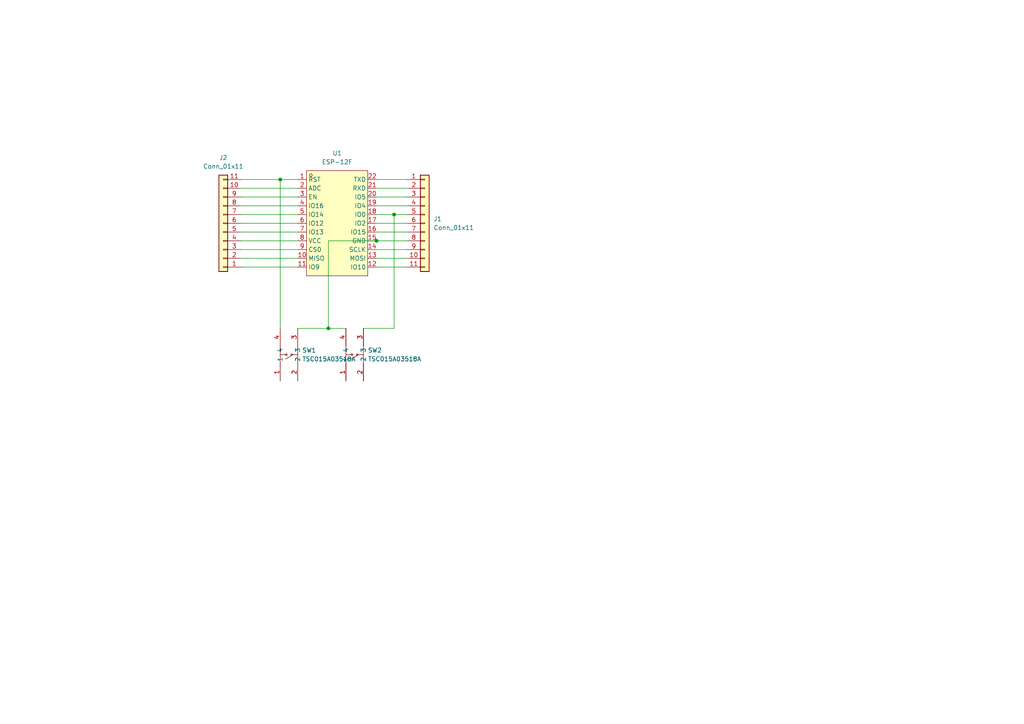
<source format=kicad_sch>
(kicad_sch (version 20231120) (generator "eeschema") (generator_version "8.0")
  (paper "A4")
  (lib_symbols
    (symbol "Connector_Generic:Conn_01x11" (pin_names (offset 1.016) hide)
      (property "Reference" "J" (at 0 15.24 0))
      (property "Value" "Conn_01x11" (at 0 -15.24 0))
      (symbol "Conn_01x11_1_1"
        (rectangle (start -1.27 -12.573) (end 0 -12.827) (stroke (width 0.1524)))
        (rectangle (start -1.27 -10.033) (end 0 -10.287) (stroke (width 0.1524)))
        (rectangle (start -1.27 -7.493) (end 0 -7.747) (stroke (width 0.1524)))
        (rectangle (start -1.27 -4.953) (end 0 -5.207) (stroke (width 0.1524)))
        (rectangle (start -1.27 -2.413) (end 0 -2.667) (stroke (width 0.1524)))
        (rectangle (start -1.27 0.127) (end 0 -0.127) (stroke (width 0.1524)))
        (rectangle (start -1.27 2.667) (end 0 2.413) (stroke (width 0.1524)))
        (rectangle (start -1.27 5.207) (end 0 4.953) (stroke (width 0.1524)))
        (rectangle (start -1.27 7.747) (end 0 7.493) (stroke (width 0.1524)))
        (rectangle (start -1.27 10.287) (end 0 10.033) (stroke (width 0.1524)))
        (rectangle (start -1.27 12.827) (end 0 12.573) (stroke (width 0.1524)))
        (rectangle (start -1.27 13.97) (end 1.27 -13.97) (stroke (width 0.254)) (fill (type background)))
        (pin passive line (at -5.08 12.7 0) (length 3.81) (name "Pin_1") (number "1"))
        (pin passive line (at -5.08 -10.16 0) (length 3.81) (name "Pin_10") (number "10"))
        (pin passive line (at -5.08 -12.7 0) (length 3.81) (name "Pin_11") (number "11"))
        (pin passive line (at -5.08 10.16 0) (length 3.81) (name "Pin_2") (number "2"))
        (pin passive line (at -5.08 7.62 0) (length 3.81) (name "Pin_3") (number "3"))
        (pin passive line (at -5.08 5.08 0) (length 3.81) (name "Pin_4") (number "4"))
        (pin passive line (at -5.08 2.54 0) (length 3.81) (name "Pin_5") (number "5"))
        (pin passive line (at -5.08 0 0) (length 3.81) (name "Pin_6") (number "6"))
        (pin passive line (at -5.08 -2.54 0) (length 3.81) (name "Pin_7") (number "7"))
        (pin passive line (at -5.08 -5.08 0) (length 3.81) (name "Pin_8") (number "8"))
        (pin passive line (at -5.08 -7.62 0) (length 3.81) (name "Pin_9") (number "9"))
      )
    )
    (symbol "easyeda2kicad:ESP-12F"
      (property "Reference" "U" (at 0 17.78 0))
      (property "Value" "ESP-12F" (at 0 -17.78 0))
      (symbol "ESP-12F_0_1"
        (rectangle (start -8.89 15.24) (end 8.89 -15.24) (fill (type background)))
        (circle (center -7.62 13.97) (radius 0.38))
        (pin unspecified line (at -11.43 12.7 0) (length 2.54) (name "RST") (number "1"))
        (pin unspecified line (at -11.43 -10.16 0) (length 2.54) (name "MISO") (number "10"))
        (pin unspecified line (at -11.43 -12.7 0) (length 2.54) (name "IO9") (number "11"))
        (pin unspecified line (at 11.43 -12.7 180) (length 2.54) (name "IO10") (number "12"))
        (pin unspecified line (at 11.43 -10.16 180) (length 2.54) (name "MOSI") (number "13"))
        (pin unspecified line (at 11.43 -7.62 180) (length 2.54) (name "SCLK") (number "14"))
        (pin unspecified line (at 11.43 -5.08 180) (length 2.54) (name "GND") (number "15"))
        (pin unspecified line (at 11.43 -2.54 180) (length 2.54) (name "IO15") (number "16"))
        (pin unspecified line (at 11.43 0 180) (length 2.54) (name "IO2") (number "17"))
        (pin unspecified line (at 11.43 2.54 180) (length 2.54) (name "IO0") (number "18"))
        (pin unspecified line (at 11.43 5.08 180) (length 2.54) (name "IO4") (number "19"))
        (pin unspecified line (at -11.43 10.16 0) (length 2.54) (name "ADC") (number "2"))
        (pin unspecified line (at 11.43 7.62 180) (length 2.54) (name "IO5") (number "20"))
        (pin unspecified line (at 11.43 10.16 180) (length 2.54) (name "RXD") (number "21"))
        (pin unspecified line (at 11.43 12.7 180) (length 2.54) (name "TXD") (number "22"))
        (pin unspecified line (at -11.43 7.62 0) (length 2.54) (name "EN") (number "3"))
        (pin unspecified line (at -11.43 5.08 0) (length 2.54) (name "IO16") (number "4"))
        (pin unspecified line (at -11.43 2.54 0) (length 2.54) (name "IO14") (number "5"))
        (pin unspecified line (at -11.43 0 0) (length 2.54) (name "IO12") (number "6"))
        (pin unspecified line (at -11.43 -2.54 0) (length 2.54) (name "IO13") (number "7"))
        (pin unspecified line (at -11.43 -5.08 0) (length 2.54) (name "VCC") (number "8"))
        (pin unspecified line (at -11.43 -7.62 0) (length 2.54) (name "CS0") (number "9"))
      )
    )
    (symbol "easyeda2kicad:TSC015A03518A"
      (property "Reference" "SW" (at 0 7.62 0))
      (property "Value" "TSC015A03518A" (at 0 -7.62 0))
      (symbol "TSC015A03518A_0_1"
        (circle (center 0 -0.76) (radius 0.25))
        (polyline (pts (xy -2.54 -2.54) (xy 2.54 -2.54)))
        (polyline (pts (xy -2.54 2.54) (xy 2.54 2.54)))
        (polyline (pts (xy -1.27 1.02) (xy -0.25 -0.76)))
        (polyline (pts (xy 0 -2.54) (xy 0 -0.76)))
        (polyline (pts (xy 0 1.52) (xy 0 0.76)))
        (polyline (pts (xy 0 2.54) (xy 0 1.52)))
        (circle (center 0 0.76) (radius 0.25))
        (pin unspecified line (at -7.62 2.54 0) (length 5.08) (name "1") (number "1"))
        (pin unspecified line (at -7.62 -2.54 0) (length 5.08) (name "2") (number "2"))
        (pin unspecified line (at 7.62 -2.54 180) (length 5.08) (name "3") (number "3"))
        (pin unspecified line (at 7.62 2.54 180) (length 5.08) (name "4") (number "4"))
      )
    )
  )
  (junction (at 81.28 52.07))
  (junction (at 95.25 95.25))
  (junction (at 114.3 62.23))
  (junction (at 109.22 69.85))
  (wire (pts (xy 69.85 69.85) (xy 86.36 69.85)))
  (wire (pts (xy 69.85 77.47) (xy 86.36 77.47)))
  (wire (pts (xy 69.85 62.23) (xy 86.36 62.23)))
  (wire (pts (xy 118.11 67.31) (xy 109.22 67.31)))
  (wire (pts (xy 95.25 69.85) (xy 109.22 69.85)))
  (wire (pts (xy 118.11 74.93) (xy 109.22 74.93)))
  (wire (pts (xy 69.85 72.39) (xy 86.36 72.39)))
  (wire (pts (xy 69.85 54.61) (xy 86.36 54.61)))
  (wire (pts (xy 86.36 52.07) (xy 81.28 52.07)))
  (wire (pts (xy 95.25 95.25) (xy 95.25 69.85)))
  (wire (pts (xy 69.85 57.15) (xy 86.36 57.15)))
  (wire (pts (xy 69.85 67.31) (xy 86.36 67.31)))
  (wire (pts (xy 118.11 72.39) (xy 109.22 72.39)))
  (wire (pts (xy 69.85 52.07) (xy 81.28 52.07)))
  (wire (pts (xy 118.11 52.07) (xy 109.22 52.07)))
  (wire (pts (xy 114.3 62.23) (xy 114.3 95.25)))
  (wire (pts (xy 118.11 64.77) (xy 109.22 64.77)))
  (wire (pts (xy 114.3 62.23) (xy 109.22 62.23)))
  (wire (pts (xy 118.11 54.61) (xy 109.22 54.61)))
  (wire (pts (xy 118.11 69.85) (xy 109.22 69.85)))
  (wire (pts (xy 118.11 57.15) (xy 109.22 57.15)))
  (wire (pts (xy 118.11 59.69) (xy 109.22 59.69)))
  (wire (pts (xy 81.28 52.07) (xy 81.28 95.25)))
  (wire (pts (xy 95.25 95.25) (xy 100.33 95.25)))
  (wire (pts (xy 118.11 77.47) (xy 109.22 77.47)))
  (wire (pts (xy 86.36 95.25) (xy 95.25 95.25)))
  (wire (pts (xy 69.85 64.77) (xy 86.36 64.77)))
  (wire (pts (xy 69.85 59.69) (xy 86.36 59.69)))
  (wire (pts (xy 118.11 62.23) (xy 114.3 62.23)))
  (wire (pts (xy 114.3 95.25) (xy 105.41 95.25)))
  (wire (pts (xy 69.85 74.93) (xy 86.36 74.93)))
  (symbol (lib_id "Connector_Generic:Conn_01x11") (at 123.19 64.77 0) (unit 1)
    (property "Reference" "J1" (at 125.73 63.4999 0) (effects (justify left)))
    (property "Value" "Conn_01x11" (at 125.73 66.0399 0) (effects (justify left)))
    (property "Footprint" "Connector_PinHeader_2.54mm:PinHeader_1x11_P2.54mm_Vertical" (effects (hide yes)))
    (property "Description" "Generic connector, single row, 01x11, script generated (kicad-library-utils/schlib/autogen/connector/)" (effects (hide yes)))
  )
  (symbol (lib_id "easyeda2kicad:TSC015A03518A") (at 102.87 102.87 90) (unit 1)
    (property "Reference" "SW2" (at 106.68 101.5999 90) (effects (justify right)))
    (property "Value" "TSC015A03518A" (at 106.68 104.1399 90) (effects (justify right)))
    (property "Footprint" "easyeda2kicad:KEY-SMD_4P-L4.5-W4.5-P3.00-LS6.8" (effects (hide yes)))
    (property "LCSC Part" "C2888502" (effects (hide yes)))
  )
  (symbol (lib_id "easyeda2kicad:ESP-12F") (at 97.79 64.77 0) (unit 1)
    (property "Reference" "U1" (at 97.79 44.45 0))
    (property "Value" "ESP-12F" (at 97.79 46.99 0))
    (property "Footprint" "easyeda2kicad:WIRELM-SMD_ESP-12F" (effects (hide yes)))
    (property "LCSC Part" "C19949064" (effects (hide yes)))
  )
  (symbol (lib_id "easyeda2kicad:TSC015A03518A") (at 83.82 102.87 90) (unit 1)
    (property "Reference" "SW1" (at 87.63 101.5999 90) (effects (justify right)))
    (property "Value" "TSC015A03518A" (at 87.63 104.1399 90) (effects (justify right)))
    (property "Footprint" "easyeda2kicad:KEY-SMD_4P-L4.5-W4.5-P3.00-LS6.8" (effects (hide yes)))
    (property "LCSC Part" "C2888502" (effects (hide yes)))
  )
  (symbol (lib_id "Connector_Generic:Conn_01x11") (at 64.77 64.77 180) (unit 1)
    (property "Reference" "J2" (at 64.77 45.72 0))
    (property "Value" "Conn_01x11" (at 64.77 48.26 0))
    (property "Footprint" "Connector_PinHeader_2.54mm:PinHeader_1x11_P2.54mm_Vertical" (effects (hide yes)))
    (property "Description" "Generic connector, single row, 01x11, script generated (kicad-library-utils/schlib/autogen/connector/)" (effects (hide yes)))
  )
)
</source>
